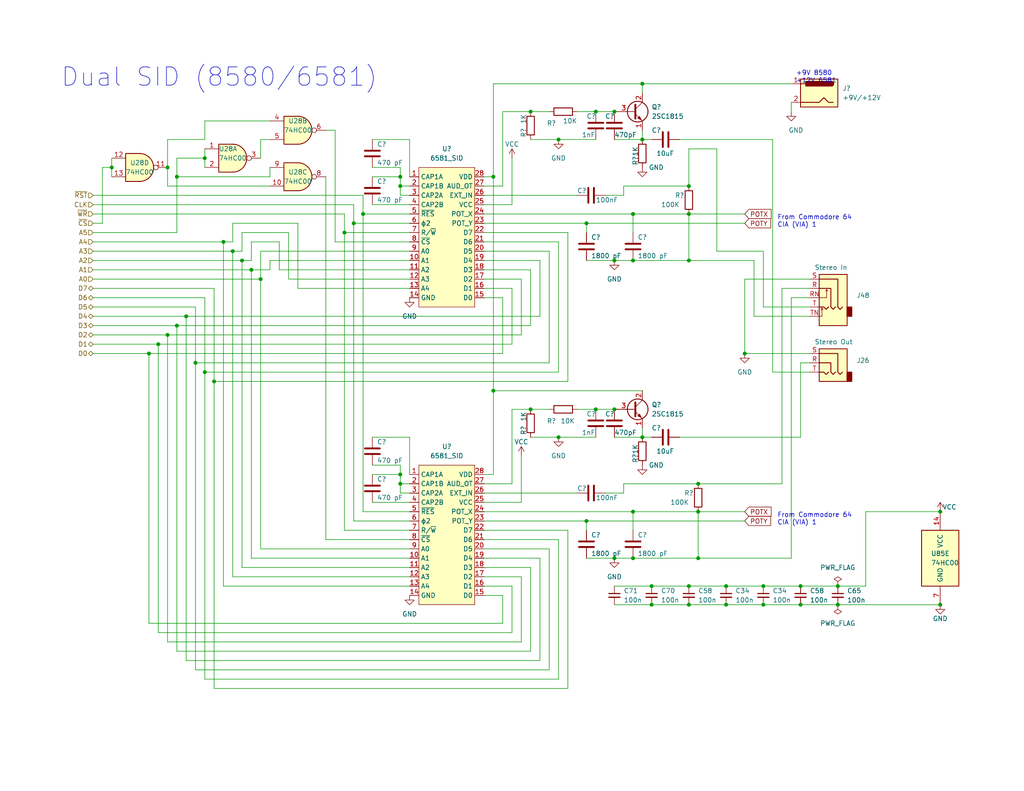
<source format=kicad_sch>
(kicad_sch (version 20230121) (generator eeschema)
  (paper "A")
  (lib_symbols
    (symbol "74xx:74HC00" (pin_names (offset 1.016))
      (property "Reference" "U" (at 0 1.27 0))
      (property "Value" "74HC00" (at 0 -1.27 0))
      (symbol "74HC00_1_1"
        (arc (start 0 -3.81) (mid 3.7934 0) (end 0 3.81) (stroke (width 0.254)) (fill (type background)))
        (polyline (pts (xy 0 3.81) (xy -3.81 3.81) (xy -3.81 -3.81) (xy 0 -3.81)) (stroke (width 0.254)) (fill (type background)))
        (pin input line (at -7.62 2.54 0) (length 3.81) (name "~") (number "1"))
        (pin input line (at -7.62 -2.54 0) (length 3.81) (name "~") (number "2"))
        (pin output inverted (at 7.62 0 180) (length 3.81) (name "~") (number "3"))
      )
      (symbol "74HC00_1_2"
        (arc (start -3.81 -3.81) (mid -2.589 0) (end -3.81 3.81) (stroke (width 0.254)))
        (arc (start -0.6096 -3.81) (mid 2.1842 -2.5851) (end 3.81 0) (stroke (width 0.254)) (fill (type background)))
        (polyline (pts (xy -3.81 -3.81) (xy -0.635 -3.81)) (stroke (width 0.254)) (fill (type background)))
        (polyline (pts (xy -3.81 3.81) (xy -0.635 3.81)) (stroke (width 0.254)) (fill (type background)))
        (polyline (pts (xy -0.635 3.81) (xy -3.81 3.81) (xy -3.81 3.81) (xy -3.556 3.4036) (xy -3.0226 2.2606) (xy -2.6924 1.0414) (xy -2.6162 -0.254) (xy -2.7686 -1.4986) (xy -3.175 -2.7178) (xy -3.81 -3.81) (xy -3.81 -3.81) (xy -0.635 -3.81)) (stroke (width -25.4)) (fill (type background)))
        (arc (start 3.81 0) (mid 2.1915 2.5936) (end -0.6096 3.81) (stroke (width 0.254)) (fill (type background)))
        (pin input inverted (at -7.62 2.54 0) (length 4.318) (name "~") (number "1"))
        (pin input inverted (at -7.62 -2.54 0) (length 4.318) (name "~") (number "2"))
        (pin output line (at 7.62 0 180) (length 3.81) (name "~") (number "3"))
      )
      (symbol "74HC00_2_1"
        (arc (start 0 -3.81) (mid 3.7934 0) (end 0 3.81) (stroke (width 0.254)) (fill (type background)))
        (polyline (pts (xy 0 3.81) (xy -3.81 3.81) (xy -3.81 -3.81) (xy 0 -3.81)) (stroke (width 0.254)) (fill (type background)))
        (pin input line (at -7.62 2.54 0) (length 3.81) (name "~") (number "4"))
        (pin input line (at -7.62 -2.54 0) (length 3.81) (name "~") (number "5"))
        (pin output inverted (at 7.62 0 180) (length 3.81) (name "~") (number "6"))
      )
      (symbol "74HC00_2_2"
        (arc (start -3.81 -3.81) (mid -2.589 0) (end -3.81 3.81) (stroke (width 0.254)))
        (arc (start -0.6096 -3.81) (mid 2.1842 -2.5851) (end 3.81 0) (stroke (width 0.254)) (fill (type background)))
        (polyline (pts (xy -3.81 -3.81) (xy -0.635 -3.81)) (stroke (width 0.254)) (fill (type background)))
        (polyline (pts (xy -3.81 3.81) (xy -0.635 3.81)) (stroke (width 0.254)) (fill (type background)))
        (polyline (pts (xy -0.635 3.81) (xy -3.81 3.81) (xy -3.81 3.81) (xy -3.556 3.4036) (xy -3.0226 2.2606) (xy -2.6924 1.0414) (xy -2.6162 -0.254) (xy -2.7686 -1.4986) (xy -3.175 -2.7178) (xy -3.81 -3.81) (xy -3.81 -3.81) (xy -0.635 -3.81)) (stroke (width -25.4)) (fill (type background)))
        (arc (start 3.81 0) (mid 2.1915 2.5936) (end -0.6096 3.81) (stroke (width 0.254)) (fill (type background)))
        (pin input inverted (at -7.62 2.54 0) (length 4.318) (name "~") (number "4"))
        (pin input inverted (at -7.62 -2.54 0) (length 4.318) (name "~") (number "5"))
        (pin output line (at 7.62 0 180) (length 3.81) (name "~") (number "6"))
      )
      (symbol "74HC00_3_1"
        (arc (start 0 -3.81) (mid 3.7934 0) (end 0 3.81) (stroke (width 0.254)) (fill (type background)))
        (polyline (pts (xy 0 3.81) (xy -3.81 3.81) (xy -3.81 -3.81) (xy 0 -3.81)) (stroke (width 0.254)) (fill (type background)))
        (pin input line (at -7.62 -2.54 0) (length 3.81) (name "~") (number "10"))
        (pin output inverted (at 7.62 0 180) (length 3.81) (name "~") (number "8"))
        (pin input line (at -7.62 2.54 0) (length 3.81) (name "~") (number "9"))
      )
      (symbol "74HC00_3_2"
        (arc (start -3.81 -3.81) (mid -2.589 0) (end -3.81 3.81) (stroke (width 0.254)))
        (arc (start -0.6096 -3.81) (mid 2.1842 -2.5851) (end 3.81 0) (stroke (width 0.254)) (fill (type background)))
        (polyline (pts (xy -3.81 -3.81) (xy -0.635 -3.81)) (stroke (width 0.254)) (fill (type background)))
        (polyline (pts (xy -3.81 3.81) (xy -0.635 3.81)) (stroke (width 0.254)) (fill (type background)))
        (polyline (pts (xy -0.635 3.81) (xy -3.81 3.81) (xy -3.81 3.81) (xy -3.556 3.4036) (xy -3.0226 2.2606) (xy -2.6924 1.0414) (xy -2.6162 -0.254) (xy -2.7686 -1.4986) (xy -3.175 -2.7178) (xy -3.81 -3.81) (xy -3.81 -3.81) (xy -0.635 -3.81)) (stroke (width -25.4)) (fill (type background)))
        (arc (start 3.81 0) (mid 2.1915 2.5936) (end -0.6096 3.81) (stroke (width 0.254)) (fill (type background)))
        (pin input inverted (at -7.62 -2.54 0) (length 4.318) (name "~") (number "10"))
        (pin output line (at 7.62 0 180) (length 3.81) (name "~") (number "8"))
        (pin input inverted (at -7.62 2.54 0) (length 4.318) (name "~") (number "9"))
      )
      (symbol "74HC00_4_1"
        (arc (start 0 -3.81) (mid 3.7934 0) (end 0 3.81) (stroke (width 0.254)) (fill (type background)))
        (polyline (pts (xy 0 3.81) (xy -3.81 3.81) (xy -3.81 -3.81) (xy 0 -3.81)) (stroke (width 0.254)) (fill (type background)))
        (pin output inverted (at 7.62 0 180) (length 3.81) (name "~") (number "11"))
        (pin input line (at -7.62 2.54 0) (length 3.81) (name "~") (number "12"))
        (pin input line (at -7.62 -2.54 0) (length 3.81) (name "~") (number "13"))
      )
      (symbol "74HC00_4_2"
        (arc (start -3.81 -3.81) (mid -2.589 0) (end -3.81 3.81) (stroke (width 0.254)))
        (arc (start -0.6096 -3.81) (mid 2.1842 -2.5851) (end 3.81 0) (stroke (width 0.254)) (fill (type background)))
        (polyline (pts (xy -3.81 -3.81) (xy -0.635 -3.81)) (stroke (width 0.254)) (fill (type background)))
        (polyline (pts (xy -3.81 3.81) (xy -0.635 3.81)) (stroke (width 0.254)) (fill (type background)))
        (polyline (pts (xy -0.635 3.81) (xy -3.81 3.81) (xy -3.81 3.81) (xy -3.556 3.4036) (xy -3.0226 2.2606) (xy -2.6924 1.0414) (xy -2.6162 -0.254) (xy -2.7686 -1.4986) (xy -3.175 -2.7178) (xy -3.81 -3.81) (xy -3.81 -3.81) (xy -0.635 -3.81)) (stroke (width -25.4)) (fill (type background)))
        (arc (start 3.81 0) (mid 2.1915 2.5936) (end -0.6096 3.81) (stroke (width 0.254)) (fill (type background)))
        (pin output line (at 7.62 0 180) (length 3.81) (name "~") (number "11"))
        (pin input inverted (at -7.62 2.54 0) (length 4.318) (name "~") (number "12"))
        (pin input inverted (at -7.62 -2.54 0) (length 4.318) (name "~") (number "13"))
      )
      (symbol "74HC00_5_0"
        (pin power_in line (at 0 12.7 270) (length 5.08) (name "VCC") (number "14"))
        (pin power_in line (at 0 -12.7 90) (length 5.08) (name "GND") (number "7"))
      )
      (symbol "74HC00_5_1"
        (rectangle (start -5.08 7.62) (end 5.08 -7.62) (stroke (width 0.254)) (fill (type background)))
      )
    )
    (symbol "Connector:Jack-DC" (pin_names (offset 1.016))
      (property "Reference" "J" (at 0 5.334 0))
      (property "Value" "Jack-DC" (at 0 -5.08 0))
      (symbol "Jack-DC_0_1"
        (rectangle (start -5.08 3.81) (end 5.08 -3.81) (stroke (width 0.254)) (fill (type background)))
        (arc (start -3.302 3.175) (mid -3.9343 2.54) (end -3.302 1.905) (stroke (width 0.254)))
        (arc (start -3.302 3.175) (mid -3.9343 2.54) (end -3.302 1.905) (stroke (width 0.254)) (fill (type outline)))
        (polyline (pts (xy 5.08 2.54) (xy 3.81 2.54)) (stroke (width 0.254)))
        (polyline (pts (xy -3.81 -2.54) (xy -2.54 -2.54) (xy -1.27 -1.27) (xy 0 -2.54) (xy 2.54 -2.54) (xy 5.08 -2.54)) (stroke (width 0.254)))
        (rectangle (start 3.683 3.175) (end -3.302 1.905) (stroke (width 0.254)) (fill (type outline)))
      )
      (symbol "Jack-DC_1_1"
        (pin passive line (at 7.62 2.54 180) (length 2.54) (name "~") (number "1"))
        (pin passive line (at 7.62 -2.54 180) (length 2.54) (name "~") (number "2"))
      )
    )
    (symbol "Connector_Audio:AudioJack3"
      (property "Reference" "J" (at 0 8.89 0))
      (property "Value" "AudioJack3" (at 0 6.35 0))
      (symbol "AudioJack3_0_1"
        (rectangle (start -5.08 -5.08) (end -6.35 -2.54) (stroke (width 0.254)) (fill (type outline)))
        (polyline (pts (xy 0 -2.54) (xy 0.635 -3.175) (xy 1.27 -2.54) (xy 2.54 -2.54)) (stroke (width 0.254)))
        (polyline (pts (xy -1.905 -2.54) (xy -1.27 -3.175) (xy -0.635 -2.54) (xy -0.635 0) (xy 2.54 0)) (stroke (width 0.254)))
        (polyline (pts (xy 2.54 2.54) (xy -2.54 2.54) (xy -2.54 -2.54) (xy -3.175 -3.175) (xy -3.81 -2.54)) (stroke (width 0.254)))
        (rectangle (start 2.54 3.81) (end -5.08 -5.08) (stroke (width 0.254)) (fill (type background)))
      )
      (symbol "AudioJack3_1_1"
        (pin passive line (at 5.08 0 180) (length 2.54) (name "~") (number "R"))
        (pin passive line (at 5.08 2.54 180) (length 2.54) (name "~") (number "S"))
        (pin passive line (at 5.08 -2.54 180) (length 2.54) (name "~") (number "T"))
      )
    )
    (symbol "Connector_Audio:AudioJack3_SwitchTR"
      (property "Reference" "J" (at 0 8.89 0))
      (property "Value" "AudioJack3_SwitchTR" (at 0 6.35 0))
      (symbol "AudioJack3_SwitchTR_0_1"
        (rectangle (start -5.08 -5.08) (end -6.35 -7.62) (stroke (width 0.254)) (fill (type outline)))
        (polyline (pts (xy 0.508 -0.254) (xy 0.762 -0.762)))
        (polyline (pts (xy 1.778 -5.334) (xy 2.032 -5.842)))
        (polyline (pts (xy 0 -5.08) (xy 0.635 -5.715) (xy 1.27 -5.08) (xy 2.54 -5.08)) (stroke (width 0.254)))
        (polyline (pts (xy 2.54 -7.62) (xy 1.778 -7.62) (xy 1.778 -5.334) (xy 1.524 -5.842)))
        (polyline (pts (xy 2.54 -2.54) (xy 0.508 -2.54) (xy 0.508 -0.254) (xy 0.254 -0.762)))
        (polyline (pts (xy -1.905 -5.08) (xy -1.27 -5.715) (xy -0.635 -5.08) (xy -0.635 0) (xy 2.54 0)) (stroke (width 0.254)))
        (polyline (pts (xy 2.54 2.54) (xy -2.54 2.54) (xy -2.54 -5.08) (xy -3.175 -5.715) (xy -3.81 -5.08)) (stroke (width 0.254)))
        (rectangle (start 2.54 3.81) (end -5.08 -10.16) (stroke (width 0.254)) (fill (type background)))
      )
      (symbol "AudioJack3_SwitchTR_1_1"
        (pin passive line (at 5.08 0 180) (length 2.54) (name "~") (number "R"))
        (pin passive line (at 5.08 -2.54 180) (length 2.54) (name "~") (number "RN"))
        (pin passive line (at 5.08 2.54 180) (length 2.54) (name "~") (number "S"))
        (pin passive line (at 5.08 -5.08 180) (length 2.54) (name "~") (number "T"))
        (pin passive line (at 5.08 -7.62 180) (length 2.54) (name "~") (number "TN"))
      )
    )
    (symbol "Device:C" (pin_numbers hide) (pin_names (offset 0.254))
      (property "Reference" "C" (at 0.635 2.54 0))
      (property "Value" "C" (at 0.635 -2.54 0))
      (symbol "C_0_1"
        (polyline (pts (xy -2.032 -0.762) (xy 2.032 -0.762)) (stroke (width 0.508)))
        (polyline (pts (xy -2.032 0.762) (xy 2.032 0.762)) (stroke (width 0.508)))
      )
      (symbol "C_1_1"
        (pin passive line (at 0 3.81 270) (length 2.794) (name "~") (number "1"))
        (pin passive line (at 0 -3.81 90) (length 2.794) (name "~") (number "2"))
      )
    )
    (symbol "Device:C_Small" (pin_numbers hide) (pin_names (offset 0.254) hide)
      (property "Reference" "C" (at 0.254 1.778 0))
      (property "Value" "C_Small" (at 0.254 -2.032 0))
      (symbol "C_Small_0_1"
        (polyline (pts (xy -1.524 -0.508) (xy 1.524 -0.508)) (stroke (width 0.3302)))
        (polyline (pts (xy -1.524 0.508) (xy 1.524 0.508)) (stroke (width 0.3048)))
      )
      (symbol "C_Small_1_1"
        (pin passive line (at 0 2.54 270) (length 2.032) (name "~") (number "1"))
        (pin passive line (at 0 -2.54 90) (length 2.032) (name "~") (number "2"))
      )
    )
    (symbol "Device:R" (pin_numbers hide) (pin_names (offset 0))
      (property "Reference" "R" (at 2.032 0 90))
      (property "Value" "R" (at 0 0 90))
      (symbol "R_0_1"
        (rectangle (start -1.016 -2.54) (end 1.016 2.54) (stroke (width 0.254)))
      )
      (symbol "R_1_1"
        (pin passive line (at 0 3.81 270) (length 1.27) (name "~") (number "1"))
        (pin passive line (at 0 -3.81 90) (length 1.27) (name "~") (number "2"))
      )
    )
    (symbol "GND_2" (power) (pin_names (offset 0))
      (property "Value" "GND_2" (at 0 -3.81 0))
      (symbol "GND_2_0_1"
        (polyline (pts (xy 0 0) (xy 0 -1.27) (xy 1.27 -1.27) (xy 0 -2.54) (xy -1.27 -1.27) (xy 0 -1.27)))
      )
      (symbol "GND_2_1_1"
        (pin power_in line (at 0 0 270) (length 0) hide (name "GND") (number "1"))
      )
    )
    (symbol "Transistor_BJT:2SC1815" (pin_names (offset 0) hide)
      (property "Reference" "Q" (at 5.08 1.905 0))
      (property "Value" "2SC1815" (at 5.08 0 0))
      (symbol "2SC1815_0_1"
        (polyline (pts (xy 0 0) (xy 0.508 0)))
        (polyline (pts (xy 0.635 0.635) (xy 2.54 2.54)))
        (polyline (pts (xy 0.635 -0.635) (xy 2.54 -2.54) (xy 2.54 -2.54)))
        (polyline (pts (xy 0.635 1.905) (xy 0.635 -1.905) (xy 0.635 -1.905)) (stroke (width 0.508)))
        (polyline (pts (xy 1.27 -1.778) (xy 1.778 -1.27) (xy 2.286 -2.286) (xy 1.27 -1.778) (xy 1.27 -1.778)) (fill (type outline)))
        (circle (center 1.27 0) (radius 2.8194) (stroke (width 0.254)))
      )
      (symbol "2SC1815_1_1"
        (pin passive line (at 2.54 -5.08 90) (length 2.54) (name "E") (number "1"))
        (pin passive line (at 2.54 5.08 270) (length 2.54) (name "C") (number "2"))
        (pin input line (at -5.08 0 0) (length 5.08) (name "B") (number "3"))
      )
    )
    (symbol "Vega816:6581_SID"
      (property "Reference" "U" (at -1.27 2.54 0))
      (property "Value" "6581_SID" (at 0 -2.54 0))
      (symbol "6581_SID_0_1"
        (rectangle (start -7.62 19.05) (end 7.62 -19.05) (fill (type background)))
      )
      (symbol "6581_SID_1_1"
        (pin input line (at -10.16 16.51 0) (length 2.54) (name "CAP1A") (number "1"))
        (pin input line (at -10.16 -6.35 0) (length 2.54) (name "A1") (number "10"))
        (pin input line (at -10.16 -8.89 0) (length 2.54) (name "A2") (number "11"))
        (pin input line (at -10.16 -11.43 0) (length 2.54) (name "A3") (number "12"))
        (pin input line (at -10.16 -13.97 0) (length 2.54) (name "A4") (number "13"))
        (pin input line (at -10.16 -16.51 0) (length 2.54) (name "GND") (number "14"))
        (pin input line (at 10.16 -16.51 180) (length 2.54) (name "D0") (number "15"))
        (pin input line (at 10.16 -13.97 180) (length 2.54) (name "D1") (number "16"))
        (pin input line (at 10.16 -11.43 180) (length 2.54) (name "D2") (number "17"))
        (pin input line (at 10.16 -8.89 180) (length 2.54) (name "D3") (number "18"))
        (pin input line (at 10.16 -6.35 180) (length 2.54) (name "D4") (number "19"))
        (pin input line (at -10.16 13.97 0) (length 2.54) (name "CAP1B") (number "2"))
        (pin input line (at 10.16 -3.81 180) (length 2.54) (name "D5") (number "20"))
        (pin input line (at 10.16 -1.27 180) (length 2.54) (name "D6") (number "21"))
        (pin input line (at 10.16 1.27 180) (length 2.54) (name "D7") (number "22"))
        (pin input line (at 10.16 3.81 180) (length 2.54) (name "POT_Y") (number "23"))
        (pin input line (at 10.16 6.35 180) (length 2.54) (name "POT_X") (number "24"))
        (pin input line (at 10.16 8.89 180) (length 2.54) (name "VCC") (number "25"))
        (pin input line (at 10.16 11.43 180) (length 2.54) (name "EXT_IN") (number "26"))
        (pin input line (at 10.16 13.97 180) (length 2.54) (name "AUD_OT") (number "27"))
        (pin input line (at 10.16 16.51 180) (length 2.54) (name "VDD") (number "28"))
        (pin input line (at -10.16 11.43 0) (length 2.54) (name "CAP2A") (number "3"))
        (pin input line (at -10.16 8.89 0) (length 2.54) (name "CAP2B") (number "4"))
        (pin input line (at -10.16 6.35 0) (length 2.54) (name "~{RES}") (number "5"))
        (pin input line (at -10.16 3.81 0) (length 2.54) (name "ϕ2") (number "6"))
        (pin input line (at -10.16 1.27 0) (length 2.54) (name "R/~{W}") (number "7"))
        (pin input line (at -10.16 -1.27 0) (length 2.54) (name "~{CS}") (number "8"))
        (pin input line (at -10.16 -3.81 0) (length 2.54) (name "A0") (number "9"))
      )
    )
    (symbol "power:PWR_FLAG" (power) (pin_numbers hide) (pin_names (offset 0) hide)
      (property "Value" "PWR_FLAG" (at 0 3.81 0))
      (symbol "PWR_FLAG_0_0"
        (pin power_out line (at 0 0 90) (length 0) (name "pwr") (number "1"))
      )
      (symbol "PWR_FLAG_0_1"
        (polyline (pts (xy 0 0) (xy 0 1.27) (xy -1.016 1.905) (xy 0 2.54) (xy 1.016 1.905) (xy 0 1.27)))
      )
    )
    (symbol "power:VCC" (power) (pin_names (offset 0))
      (property "Value" "VCC" (at 0 3.81 0))
      (symbol "VCC_0_1"
        (polyline (pts (xy -0.762 1.27) (xy 0 2.54)))
        (polyline (pts (xy 0 0) (xy 0 2.54)))
        (polyline (pts (xy 0 2.54) (xy 0.762 1.27)))
      )
      (symbol "VCC_1_1"
        (pin power_in line (at 0 0 90) (length 0) hide (name "VCC") (number "1"))
      )
    )
  )
  (junction (at 228.6 165.1))
  (junction (at 162.56 111.76))
  (junction (at 256.54 165.1))
  (junction (at 99.06 58.42))
  (junction (at 167.64 30.48))
  (junction (at 55.88 101.6))
  (junction (at 71.12 76.2))
  (junction (at 203.2 96.52))
  (junction (at 167.64 71.12))
  (junction (at 96.52 60.96))
  (junction (at 198.12 160.02))
  (junction (at 109.22 50.8))
  (junction (at 55.88 43.18))
  (junction (at 60.96 66.04))
  (junction (at 134.62 106.68))
  (junction (at 208.28 165.1))
  (junction (at 50.8 86.36))
  (junction (at 144.78 30.48))
  (junction (at 152.4 38.1))
  (junction (at 187.96 160.02))
  (junction (at 160.02 60.96))
  (junction (at 93.98 63.5))
  (junction (at 167.64 111.76))
  (junction (at 66.04 71.12))
  (junction (at 187.96 71.12))
  (junction (at 134.62 48.26))
  (junction (at 167.64 152.4))
  (junction (at 228.6 160.02))
  (junction (at 43.18 93.98))
  (junction (at 256.54 139.7))
  (junction (at 218.44 165.1))
  (junction (at 45.72 45.72))
  (junction (at 175.26 38.1))
  (junction (at 160.02 142.24))
  (junction (at 218.44 160.02))
  (junction (at 172.72 58.42))
  (junction (at 187.96 58.42))
  (junction (at 162.56 30.48))
  (junction (at 172.72 139.7))
  (junction (at 63.5 68.58))
  (junction (at 190.5 139.7))
  (junction (at 175.26 22.86))
  (junction (at 190.5 132.08))
  (junction (at 68.58 73.66))
  (junction (at 172.72 71.12))
  (junction (at 190.5 152.4))
  (junction (at 172.72 152.4))
  (junction (at 109.22 48.26))
  (junction (at 187.96 165.1))
  (junction (at 177.8 160.02))
  (junction (at 45.72 91.44))
  (junction (at 177.8 165.1))
  (junction (at 40.64 96.52))
  (junction (at 144.78 111.76))
  (junction (at 109.22 129.54))
  (junction (at 58.42 104.14))
  (junction (at 109.22 132.08))
  (junction (at 48.26 48.26))
  (junction (at 187.96 50.8))
  (junction (at 175.26 119.38))
  (junction (at 152.4 119.38))
  (junction (at 198.12 165.1))
  (junction (at 48.26 88.9))
  (junction (at 53.34 99.06))
  (junction (at 208.28 160.02))
  (junction (at 30.48 45.72))
  (wire (pts (xy 60.96 66.04) (xy 60.96 160.02)))
  (wire (pts (xy 137.16 96.52) (xy 40.64 96.52)))
  (wire (pts (xy 195.58 68.58) (xy 208.28 68.58)))
  (wire (pts (xy 93.98 58.42) (xy 93.98 63.5)))
  (wire (pts (xy 73.66 50.8) (xy 45.72 50.8)))
  (wire (pts (xy 160.02 142.24) (xy 203.2 142.24)))
  (wire (pts (xy 30.48 45.72) (xy 30.48 43.18)))
  (wire (pts (xy 101.6 55.88) (xy 111.76 55.88)))
  (wire (pts (xy 68.58 73.66) (xy 73.66 73.66)))
  (wire (pts (xy 195.58 40.64) (xy 195.58 68.58)))
  (wire (pts (xy 190.5 139.7) (xy 203.2 139.7)))
  (wire (pts (xy 134.62 48.26) (xy 132.08 48.26)))
  (wire (pts (xy 162.56 111.76) (xy 167.64 111.76)))
  (wire (pts (xy 139.7 111.76) (xy 144.78 111.76)))
  (wire (pts (xy 43.18 172.72) (xy 139.7 172.72)))
  (wire (pts (xy 101.6 137.16) (xy 111.76 137.16)))
  (wire (pts (xy 27.94 45.72) (xy 27.94 60.96)))
  (wire (pts (xy 139.7 160.02) (xy 139.7 172.72)))
  (wire (pts (xy 172.72 152.4) (xy 190.5 152.4)))
  (wire (pts (xy 132.08 139.7) (xy 172.72 139.7)))
  (wire (pts (xy 43.18 93.98) (xy 43.18 172.72)))
  (wire (pts (xy 154.94 144.78) (xy 154.94 187.96)))
  (wire (pts (xy 215.9 152.4) (xy 215.9 81.28)))
  (wire (pts (xy 109.22 129.54) (xy 101.6 129.54)))
  (wire (pts (xy 208.28 160.02) (xy 218.44 160.02)))
  (wire (pts (xy 45.72 45.72) (xy 45.72 50.8)))
  (wire (pts (xy 147.32 71.12) (xy 147.32 86.36)))
  (wire (pts (xy 167.64 165.1) (xy 177.8 165.1)))
  (wire (pts (xy 139.7 43.18) (xy 139.7 55.88)))
  (wire (pts (xy 63.5 60.96) (xy 63.5 66.04)))
  (wire (pts (xy 109.22 50.8) (xy 111.76 50.8)))
  (wire (pts (xy 40.64 96.52) (xy 40.64 170.18)))
  (wire (pts (xy 132.08 157.48) (xy 142.24 157.48)))
  (wire (pts (xy 160.02 60.96) (xy 160.02 63.5)))
  (wire (pts (xy 111.76 157.48) (xy 63.5 157.48)))
  (wire (pts (xy 81.28 78.74) (xy 81.28 60.96)))
  (wire (pts (xy 142.24 175.26) (xy 45.72 175.26)))
  (wire (pts (xy 187.96 58.42) (xy 203.2 58.42)))
  (wire (pts (xy 111.76 152.4) (xy 68.58 152.4)))
  (wire (pts (xy 63.5 68.58) (xy 63.5 157.48)))
  (wire (pts (xy 91.44 35.56) (xy 88.9 35.56)))
  (wire (pts (xy 198.12 160.02) (xy 208.28 160.02)))
  (wire (pts (xy 134.62 106.68) (xy 134.62 129.54)))
  (wire (pts (xy 187.96 40.64) (xy 187.96 50.8)))
  (wire (pts (xy 76.2 73.66) (xy 76.2 66.04)))
  (wire (pts (xy 111.76 68.58) (xy 71.12 68.58)))
  (wire (pts (xy 220.98 78.74) (xy 213.36 78.74)))
  (wire (pts (xy 137.16 162.56) (xy 137.16 170.18)))
  (wire (pts (xy 142.24 124.46) (xy 142.24 137.16)))
  (wire (pts (xy 109.22 48.26) (xy 101.6 48.26)))
  (wire (pts (xy 43.18 93.98) (xy 25.4 93.98)))
  (wire (pts (xy 215.9 81.28) (xy 220.98 81.28)))
  (wire (pts (xy 228.6 165.1) (xy 256.54 165.1)))
  (wire (pts (xy 55.88 38.1) (xy 55.88 33.02)))
  (wire (pts (xy 30.48 45.72) (xy 30.48 48.26)))
  (wire (pts (xy 63.5 68.58) (xy 25.4 68.58)))
  (wire (pts (xy 76.2 66.04) (xy 68.58 66.04)))
  (wire (pts (xy 157.48 111.76) (xy 162.56 111.76)))
  (wire (pts (xy 157.48 30.48) (xy 162.56 30.48)))
  (wire (pts (xy 55.88 81.28) (xy 55.88 101.6)))
  (wire (pts (xy 208.28 68.58) (xy 208.28 83.82)))
  (wire (pts (xy 43.18 93.98) (xy 139.7 93.98)))
  (wire (pts (xy 99.06 58.42) (xy 99.06 139.7)))
  (wire (pts (xy 132.08 147.32) (xy 152.4 147.32)))
  (wire (pts (xy 205.74 86.36) (xy 220.98 86.36)))
  (wire (pts (xy 144.78 177.8) (xy 48.26 177.8)))
  (wire (pts (xy 144.78 111.76) (xy 149.86 111.76)))
  (wire (pts (xy 109.22 132.08) (xy 111.76 132.08)))
  (wire (pts (xy 132.08 76.2) (xy 142.24 76.2)))
  (wire (pts (xy 170.18 50.8) (xy 170.18 53.34)))
  (wire (pts (xy 167.64 152.4) (xy 172.72 152.4)))
  (wire (pts (xy 160.02 60.96) (xy 203.2 60.96)))
  (wire (pts (xy 187.96 165.1) (xy 198.12 165.1)))
  (wire (pts (xy 210.82 38.1) (xy 210.82 101.6)))
  (wire (pts (xy 167.64 160.02) (xy 177.8 160.02)))
  (wire (pts (xy 137.16 81.28) (xy 137.16 96.52)))
  (wire (pts (xy 137.16 50.8) (xy 137.16 30.48)))
  (wire (pts (xy 132.08 154.94) (xy 144.78 154.94)))
  (wire (pts (xy 73.66 45.72) (xy 73.66 48.26)))
  (wire (pts (xy 175.26 116.84) (xy 175.26 119.38)))
  (wire (pts (xy 66.04 71.12) (xy 66.04 154.94)))
  (wire (pts (xy 45.72 91.44) (xy 45.72 175.26)))
  (wire (pts (xy 53.34 83.82) (xy 53.34 99.06)))
  (wire (pts (xy 71.12 43.18) (xy 71.12 38.1)))
  (wire (pts (xy 111.76 53.34) (xy 109.22 53.34)))
  (wire (pts (xy 48.26 48.26) (xy 48.26 43.18)))
  (wire (pts (xy 96.52 60.96) (xy 96.52 142.24)))
  (wire (pts (xy 172.72 58.42) (xy 172.72 63.5)))
  (wire (pts (xy 111.76 48.26) (xy 111.76 38.1)))
  (wire (pts (xy 66.04 71.12) (xy 68.58 71.12)))
  (wire (pts (xy 152.4 66.04) (xy 152.4 101.6)))
  (wire (pts (xy 152.4 38.1) (xy 144.78 38.1)))
  (wire (pts (xy 149.86 99.06) (xy 53.34 99.06)))
  (wire (pts (xy 205.74 71.12) (xy 205.74 86.36)))
  (wire (pts (xy 132.08 66.04) (xy 152.4 66.04)))
  (wire (pts (xy 215.9 27.94) (xy 215.9 30.48)))
  (wire (pts (xy 109.22 48.26) (xy 109.22 50.8)))
  (wire (pts (xy 185.42 119.38) (xy 218.44 119.38)))
  (wire (pts (xy 132.08 58.42) (xy 172.72 58.42)))
  (wire (pts (xy 25.4 66.04) (xy 60.96 66.04)))
  (wire (pts (xy 147.32 180.34) (xy 50.8 180.34)))
  (wire (pts (xy 187.96 58.42) (xy 187.96 71.12)))
  (wire (pts (xy 132.08 142.24) (xy 160.02 142.24)))
  (wire (pts (xy 132.08 53.34) (xy 157.48 53.34)))
  (wire (pts (xy 208.28 83.82) (xy 220.98 83.82)))
  (wire (pts (xy 63.5 68.58) (xy 66.04 68.58)))
  (wire (pts (xy 139.7 78.74) (xy 139.7 93.98)))
  (wire (pts (xy 132.08 71.12) (xy 147.32 71.12)))
  (wire (pts (xy 187.96 71.12) (xy 205.74 71.12)))
  (wire (pts (xy 48.26 43.18) (xy 55.88 43.18)))
  (wire (pts (xy 25.4 78.74) (xy 58.42 78.74)))
  (wire (pts (xy 101.6 127) (xy 109.22 127)))
  (wire (pts (xy 213.36 78.74) (xy 213.36 132.08)))
  (wire (pts (xy 96.52 55.88) (xy 96.52 60.96)))
  (wire (pts (xy 149.86 68.58) (xy 149.86 99.06)))
  (wire (pts (xy 101.6 119.38) (xy 111.76 119.38)))
  (wire (pts (xy 71.12 76.2) (xy 71.12 149.86)))
  (wire (pts (xy 55.88 101.6) (xy 55.88 185.42)))
  (wire (pts (xy 132.08 63.5) (xy 154.94 63.5)))
  (wire (pts (xy 53.34 99.06) (xy 53.34 182.88)))
  (wire (pts (xy 177.8 165.1) (xy 187.96 165.1)))
  (wire (pts (xy 170.18 132.08) (xy 170.18 134.62)))
  (wire (pts (xy 111.76 73.66) (xy 76.2 73.66)))
  (wire (pts (xy 91.44 35.56) (xy 91.44 66.04)))
  (wire (pts (xy 111.76 71.12) (xy 73.66 71.12)))
  (wire (pts (xy 175.26 119.38) (xy 177.8 119.38)))
  (wire (pts (xy 152.4 119.38) (xy 162.56 119.38)))
  (wire (pts (xy 172.72 58.42) (xy 187.96 58.42)))
  (wire (pts (xy 109.22 134.62) (xy 109.22 132.08)))
  (wire (pts (xy 111.76 154.94) (xy 66.04 154.94)))
  (wire (pts (xy 132.08 149.86) (xy 149.86 149.86)))
  (wire (pts (xy 55.88 43.18) (xy 55.88 45.72)))
  (wire (pts (xy 175.26 22.86) (xy 215.9 22.86)))
  (wire (pts (xy 111.76 129.54) (xy 111.76 119.38)))
  (wire (pts (xy 66.04 63.5) (xy 66.04 68.58)))
  (wire (pts (xy 152.4 147.32) (xy 152.4 185.42)))
  (wire (pts (xy 101.6 45.72) (xy 109.22 45.72)))
  (wire (pts (xy 142.24 157.48) (xy 142.24 175.26)))
  (wire (pts (xy 132.08 55.88) (xy 139.7 55.88)))
  (wire (pts (xy 172.72 71.12) (xy 187.96 71.12)))
  (wire (pts (xy 25.4 63.5) (xy 48.26 63.5)))
  (wire (pts (xy 175.26 22.86) (xy 175.26 25.4)))
  (wire (pts (xy 236.22 160.02) (xy 228.6 160.02)))
  (wire (pts (xy 60.96 66.04) (xy 63.5 66.04)))
  (wire (pts (xy 25.4 53.34) (xy 99.06 53.34)))
  (wire (pts (xy 58.42 104.14) (xy 58.42 187.96)))
  (wire (pts (xy 147.32 152.4) (xy 147.32 180.34)))
  (wire (pts (xy 48.26 88.9) (xy 25.4 88.9)))
  (wire (pts (xy 134.62 48.26) (xy 134.62 106.68)))
  (wire (pts (xy 220.98 76.2) (xy 203.2 76.2)))
  (wire (pts (xy 88.9 147.32) (xy 111.76 147.32)))
  (wire (pts (xy 187.96 40.64) (xy 195.58 40.64)))
  (wire (pts (xy 167.64 71.12) (xy 172.72 71.12)))
  (wire (pts (xy 71.12 68.58) (xy 71.12 76.2)))
  (wire (pts (xy 25.4 73.66) (xy 68.58 73.66)))
  (wire (pts (xy 154.94 63.5) (xy 154.94 104.14)))
  (wire (pts (xy 149.86 149.86) (xy 149.86 182.88)))
  (wire (pts (xy 190.5 139.7) (xy 190.5 152.4)))
  (wire (pts (xy 203.2 96.52) (xy 220.98 96.52)))
  (wire (pts (xy 175.26 35.56) (xy 175.26 38.1)))
  (wire (pts (xy 167.64 38.1) (xy 175.26 38.1)))
  (wire (pts (xy 45.72 45.72) (xy 45.72 38.1)))
  (wire (pts (xy 99.06 58.42) (xy 111.76 58.42)))
  (wire (pts (xy 236.22 139.7) (xy 256.54 139.7)))
  (wire (pts (xy 152.4 185.42) (xy 55.88 185.42)))
  (wire (pts (xy 96.52 60.96) (xy 111.76 60.96)))
  (wire (pts (xy 25.4 60.96) (xy 27.94 60.96)))
  (wire (pts (xy 109.22 53.34) (xy 109.22 50.8)))
  (wire (pts (xy 170.18 53.34) (xy 165.1 53.34)))
  (wire (pts (xy 88.9 48.26) (xy 88.9 147.32)))
  (wire (pts (xy 71.12 38.1) (xy 73.66 38.1)))
  (wire (pts (xy 142.24 76.2) (xy 142.24 91.44)))
  (wire (pts (xy 93.98 63.5) (xy 111.76 63.5)))
  (wire (pts (xy 208.28 165.1) (xy 218.44 165.1)))
  (wire (pts (xy 53.34 83.82) (xy 25.4 83.82)))
  (wire (pts (xy 137.16 81.28) (xy 132.08 81.28)))
  (wire (pts (xy 187.96 160.02) (xy 198.12 160.02)))
  (wire (pts (xy 78.74 76.2) (xy 78.74 63.5)))
  (wire (pts (xy 66.04 71.12) (xy 25.4 71.12)))
  (wire (pts (xy 109.22 132.08) (xy 109.22 129.54)))
  (wire (pts (xy 154.94 187.96) (xy 58.42 187.96)))
  (wire (pts (xy 170.18 134.62) (xy 165.1 134.62)))
  (wire (pts (xy 162.56 30.48) (xy 167.64 30.48)))
  (wire (pts (xy 48.26 48.26) (xy 48.26 63.5)))
  (wire (pts (xy 68.58 152.4) (xy 68.58 73.66)))
  (wire (pts (xy 48.26 88.9) (xy 48.26 177.8)))
  (wire (pts (xy 25.4 58.42) (xy 93.98 58.42)))
  (wire (pts (xy 58.42 104.14) (xy 154.94 104.14)))
  (wire (pts (xy 45.72 91.44) (xy 25.4 91.44)))
  (wire (pts (xy 144.78 30.48) (xy 149.86 30.48)))
  (wire (pts (xy 132.08 137.16) (xy 142.24 137.16)))
  (wire (pts (xy 152.4 38.1) (xy 162.56 38.1)))
  (wire (pts (xy 132.08 132.08) (xy 139.7 132.08)))
  (wire (pts (xy 48.26 48.26) (xy 73.66 48.26)))
  (wire (pts (xy 170.18 50.8) (xy 187.96 50.8)))
  (wire (pts (xy 71.12 149.86) (xy 111.76 149.86)))
  (wire (pts (xy 58.42 78.74) (xy 58.42 104.14)))
  (wire (pts (xy 132.08 78.74) (xy 139.7 78.74)))
  (wire (pts (xy 101.6 38.1) (xy 111.76 38.1)))
  (wire (pts (xy 132.08 152.4) (xy 147.32 152.4)))
  (wire (pts (xy 55.88 81.28) (xy 25.4 81.28)))
  (wire (pts (xy 132.08 60.96) (xy 160.02 60.96)))
  (wire (pts (xy 160.02 142.24) (xy 160.02 144.78)))
  (wire (pts (xy 96.52 142.24) (xy 111.76 142.24)))
  (wire (pts (xy 167.64 119.38) (xy 175.26 119.38)))
  (wire (pts (xy 144.78 88.9) (xy 48.26 88.9)))
  (wire (pts (xy 172.72 139.7) (xy 172.72 144.78)))
  (wire (pts (xy 134.62 22.86) (xy 134.62 48.26)))
  (wire (pts (xy 111.76 134.62) (xy 109.22 134.62)))
  (wire (pts (xy 132.08 144.78) (xy 154.94 144.78)))
  (wire (pts (xy 132.08 73.66) (xy 144.78 73.66)))
  (wire (pts (xy 68.58 66.04) (xy 68.58 71.12)))
  (wire (pts (xy 132.08 50.8) (xy 137.16 50.8)))
  (wire (pts (xy 93.98 63.5) (xy 93.98 144.78)))
  (wire (pts (xy 177.8 160.02) (xy 187.96 160.02)))
  (wire (pts (xy 55.88 40.64) (xy 55.88 43.18)))
  (wire (pts (xy 78.74 63.5) (xy 66.04 63.5)))
  (wire (pts (xy 50.8 86.36) (xy 50.8 180.34)))
  (wire (pts (xy 134.62 22.86) (xy 175.26 22.86)))
  (wire (pts (xy 218.44 160.02) (xy 228.6 160.02)))
  (wire (pts (xy 111.76 78.74) (xy 81.28 78.74)))
  (wire (pts (xy 160.02 71.12) (xy 167.64 71.12)))
  (wire (pts (xy 152.4 119.38) (xy 144.78 119.38)))
  (wire (pts (xy 81.28 60.96) (xy 63.5 60.96)))
  (wire (pts (xy 218.44 99.06) (xy 220.98 99.06)))
  (wire (pts (xy 111.76 160.02) (xy 60.96 160.02)))
  (wire (pts (xy 203.2 76.2) (xy 203.2 96.52)))
  (wire (pts (xy 170.18 132.08) (xy 190.5 132.08)))
  (wire (pts (xy 78.74 76.2) (xy 111.76 76.2)))
  (wire (pts (xy 218.44 99.06) (xy 218.44 119.38)))
  (wire (pts (xy 185.42 38.1) (xy 210.82 38.1)))
  (wire (pts (xy 132.08 134.62) (xy 157.48 134.62)))
  (wire (pts (xy 149.86 182.88) (xy 53.34 182.88)))
  (wire (pts (xy 109.22 45.72) (xy 109.22 48.26)))
  (wire (pts (xy 55.88 33.02) (xy 73.66 33.02)))
  (wire (pts (xy 134.62 106.68) (xy 175.26 106.68)))
  (wire (pts (xy 134.62 129.54) (xy 132.08 129.54)))
  (wire (pts (xy 142.24 91.44) (xy 45.72 91.44)))
  (wire (pts (xy 93.98 144.78) (xy 111.76 144.78)))
  (wire (pts (xy 144.78 73.66) (xy 144.78 88.9)))
  (wire (pts (xy 99.06 53.34) (xy 99.06 58.42)))
  (wire (pts (xy 175.26 38.1) (xy 177.8 38.1)))
  (wire (pts (xy 190.5 152.4) (xy 215.9 152.4)))
  (wire (pts (xy 40.64 96.52) (xy 25.4 96.52)))
  (wire (pts (xy 137.16 162.56) (xy 132.08 162.56)))
  (wire (pts (xy 25.4 55.88) (xy 96.52 55.88)))
  (wire (pts (xy 172.72 139.7) (xy 190.5 139.7)))
  (wire (pts (xy 109.22 127) (xy 109.22 129.54)))
  (wire (pts (xy 218.44 165.1) (xy 228.6 165.1)))
  (wire (pts (xy 137.16 170.18) (xy 40.64 170.18)))
  (wire (pts (xy 25.4 76.2) (xy 71.12 76.2)))
  (wire (pts (xy 99.06 139.7) (xy 111.76 139.7)))
  (wire (pts (xy 160.02 152.4) (xy 167.64 152.4)))
  (wire (pts (xy 111.76 66.04) (xy 91.44 66.04)))
  (wire (pts (xy 210.82 101.6) (xy 220.98 101.6)))
  (wire (pts (xy 45.72 38.1) (xy 55.88 38.1)))
  (wire (pts (xy 236.22 139.7) (xy 236.22 160.02)))
  (wire (pts (xy 147.32 86.36) (xy 50.8 86.36)))
  (wire (pts (xy 132.08 160.02) (xy 139.7 160.02)))
  (wire (pts (xy 213.36 132.08) (xy 190.5 132.08)))
  (wire (pts (xy 132.08 68.58) (xy 149.86 68.58)))
  (wire (pts (xy 139.7 132.08) (xy 139.7 111.76)))
  (wire (pts (xy 137.16 30.48) (xy 144.78 30.48)))
  (wire (pts (xy 73.66 71.12) (xy 73.66 73.66)))
  (wire (pts (xy 50.8 86.36) (xy 25.4 86.36)))
  (wire (pts (xy 27.94 45.72) (xy 30.48 45.72)))
  (wire (pts (xy 198.12 165.1) (xy 208.28 165.1)))
  (wire (pts (xy 152.4 101.6) (xy 55.88 101.6)))
  (wire (pts (xy 144.78 154.94) (xy 144.78 177.8)))
  (text "From Commodore 64\nCIA (VIA) 1" (at 212.09 62.23 0) (effects (font (size 1.27 1.27)) (justify left bottom)))
  (text "+9V 8580\n+12V 6581\n" (at 217.17 22.86 0) (effects (font (size 1.27 1.27)) (justify left bottom)))
  (text "Dual SID (8580/6581)" (at 16.51 24.13 0) (effects (font (size 5 5)) (justify left bottom)))
  (text "From Commodore 64\nCIA (VIA) 1" (at 212.09 143.51 0) (effects (font (size 1.27 1.27)) (justify left bottom)))
  (global_label "POTY" (shape input) (at 203.2 142.24 0) (property "Intersheetrefs" "${INTERSHEET_REFS}" (effects hide)))
  (global_label "POTX" (shape input) (at 203.2 139.7 0) (property "Intersheetrefs" "${INTERSHEET_REFS}" (effects hide)))
  (global_label "POTX" (shape input) (at 203.2 58.42 0) (property "Intersheetrefs" "${INTERSHEET_REFS}" (effects hide)))
  (global_label "POTY" (shape input) (at 203.2 60.96 0) (property "Intersheetrefs" "${INTERSHEET_REFS}" (effects hide)))
  (hierarchical_label "D1" (shape tri_state) (at 25.4 93.98 180))
  (hierarchical_label "A0" (shape input) (at 25.4 76.2 180))
  (hierarchical_label "A4" (shape input) (at 25.4 66.04 180))
  (hierarchical_label "D4" (shape tri_state) (at 25.4 86.36 180))
  (hierarchical_label "~{RST}" (shape input) (at 25.4 53.34 180))
  (hierarchical_label "~{CS}" (shape input) (at 25.4 60.96 180))
  (hierarchical_label "D0" (shape tri_state) (at 25.4 96.52 180))
  (hierarchical_label "A1" (shape input) (at 25.4 73.66 180))
  (hierarchical_label "A5" (shape input) (at 25.4 63.5 180))
  (hierarchical_label "D6" (shape tri_state) (at 25.4 81.28 180))
  (hierarchical_label "~{WR}" (shape input) (at 25.4 58.42 180))
  (hierarchical_label "CLK" (shape input) (at 25.4 55.88 180))
  (hierarchical_label "A2" (shape input) (at 25.4 71.12 180))
  (hierarchical_label "D5" (shape tri_state) (at 25.4 83.82 180))
  (hierarchical_label "D2" (shape tri_state) (at 25.4 91.44 180))
  (hierarchical_label "D7" (shape tri_state) (at 25.4 78.74 180))
  (hierarchical_label "D3" (shape tri_state) (at 25.4 88.9 180))
  (hierarchical_label "A3" (shape input) (at 25.4 68.58 180))
  (symbol (lib_name "GND_2") (lib_id "power:GND") (at 175.26 45.72 0) (unit 1)
    (property "Reference" "#PWR?" (effects hide))
    (property "Value" "GND" (at 179.07 45.72 0))
  )
  (symbol (lib_id "power:PWR_FLAG") (at 228.6 160.02 0) (unit 1)
    (property "Reference" "#FLG01" (effects hide))
    (property "Value" "PWR_FLAG" (at 228.6 154.94 0))
    (instances (project "Vega816" (path "" (reference "#FLG01") (unit 1)) (path "" (reference "#FLG01") (unit 1)) (path "" (reference "#FLG03") (unit 1)) (path "" (reference "#FLG021") (unit 1)) (path "" (reference "#FLG01") (unit 1)) (path "" (reference "#FLG031") (unit 1)) (path "" (reference "#FLG01") (unit 1)) (path "" (reference "#FLG09") (unit 1)) (path "" (reference "#FLG07") (unit 1)) (path "" (reference "#FLG011") (unit 1))) (project "IOBus" (path "" (reference "#FLG05") (unit 1)) (path "" (reference "#FLG07") (unit 1)) (path "" (reference "#FLG09") (unit 1))) (project "System Devices" (path "" (reference "#FLG03") (unit 1)) (path "" (reference "#FLG05") (unit 1)) (path "" (reference "#FLG07") (unit 1)) (path "" (reference "#FLG09") (unit 1)) (path "" (reference "#FLG01") (unit 1))))
  )
  (symbol (lib_id "Device:C_Small") (at 208.28 162.56 0) (unit 1)
    (property "Reference" "C34" (at 210.82 161.2962 0) (effects (justify left)))
    (property "Value" "100n" (at 210.82 163.8362 0) (effects (justify left)))
    (instances (project "Vega816" (path "" (reference "C34") (unit 1)) (path "" (reference "C34") (unit 1)) (path "" (reference "C34") (unit 1)) (path "" (reference "C58") (unit 1)) (path "" (reference "C67") (unit 1)) (path "" (reference "C123") (unit 1)) (path "" (reference "C59") (unit 1)) (path "" (reference "C61") (unit 1)) (path "" (reference "C60") (unit 1)) (path "" (reference "C40") (unit 1)) (path "" (reference "C34") (unit 1)) (path "" (reference "C34") (unit 1))) (project "IOBus" (path "" (reference "C3") (unit 1)) (path "" (reference "C4") (unit 1)) (path "" (reference "C5") (unit 1))) (project "System Devices" (path "" (reference "C1") (unit 1)) (path "" (reference "C2") (unit 1)) (path "" (reference "C3") (unit 1)) (path "" (reference "C4") (unit 1)) (path "" (reference "C5") (unit 1))))
  )
  (symbol (lib_name "GND_2") (lib_id "power:GND") (at 152.4 119.38 0) (unit 1)
    (property "Reference" "#PWR?" (effects hide))
    (property "Value" "GND" (at 152.4 124.46 0))
  )
  (symbol (lib_name "GND_2") (lib_id "power:GND") (at 111.76 81.28 0) (unit 1)
    (property "Reference" "#PWR?" (effects hide))
    (property "Value" "GND" (at 111.76 86.36 0))
  )
  (symbol (lib_id "Device:C") (at 160.02 67.31 0) (unit 1)
    (property "Reference" "C?" (at 161.29 64.7699 0) (effects (justify left)))
    (property "Value" "1800 pF" (at 161.29 69.8499 0) (effects (justify left)))
  )
  (symbol (lib_id "Device:R") (at 153.67 111.76 90) (unit 1)
    (property "Reference" "R?" (at 151.765 114.9349 90) (effects (justify left)))
    (property "Value" "10K" (at 156.845 114.9349 90) (effects (justify left)))
  )
  (symbol (lib_id "Device:C") (at 161.29 53.34 270) (unit 1)
    (property "Reference" "C?" (at 157.4801 52.07 90) (effects (justify left)))
    (property "Value" "100nF" (at 162.5601 54.61 90) (effects (justify left)))
  )
  (symbol (lib_id "Device:C_Small") (at 167.64 162.56 0) (unit 1)
    (property "Reference" "C71" (at 170.18 161.2962 0) (effects (justify left)))
    (property "Value" "100n" (at 170.18 163.8362 0) (effects (justify left)))
    (instances (project "Vega816" (path "" (reference "C71") (unit 1)) (path "" (reference "C58") (unit 1)) (path "" (reference "C34") (unit 1)) (path "" (reference "C40") (unit 1)) (path "" (reference "C60") (unit 1)) (path "" (reference "C59") (unit 1)) (path "" (reference "C34") (unit 1)) (path "" (reference "C119") (unit 1)) (path "" (reference "C34") (unit 1)) (path "" (reference "C34") (unit 1)) (path "" (reference "C71") (unit 1)) (path "" (reference "C61") (unit 1))) (project "IOBus" (path "" (reference "C3") (unit 1)) (path "" (reference "C4") (unit 1)) (path "" (reference "C5") (unit 1))) (project "System Devices" (path "" (reference "C1") (unit 1)) (path "" (reference "C2") (unit 1)) (path "" (reference "C3") (unit 1)) (path "" (reference "C4") (unit 1)) (path "" (reference "C5") (unit 1))))
  )
  (symbol (lib_name "GND_2") (lib_id "power:GND") (at 152.4 38.1 0) (unit 1)
    (property "Reference" "#PWR?" (effects hide))
    (property "Value" "GND" (at 152.4 43.18 0))
  )
  (symbol (lib_name "GND_2") (lib_id "power:GND") (at 203.2 96.52 0) (unit 1)
    (property "Reference" "#PWR?" (effects hide))
    (property "Value" "GND" (at 203.2 101.6 0))
  )
  (symbol (lib_id "Device:R") (at 144.78 115.57 180) (unit 1)
    (property "Reference" "R?" (at 142.8749 116.205 90) (effects (justify left)))
    (property "Value" "1K" (at 142.8749 112.395 90) (effects (justify left)))
  )
  (symbol (lib_id "Device:C") (at 167.64 115.57 0) (unit 1)
    (property "Reference" "C?" (at 165.1 113.0299 0) (effects (justify left)))
    (property "Value" "470pF" (at 167.64 118.1099 0) (effects (justify left)))
  )
  (symbol (lib_id "Device:C_Small") (at 218.44 162.56 0) (unit 1)
    (property "Reference" "C58" (at 220.98 161.2962 0) (effects (justify left)))
    (property "Value" "100n" (at 220.98 163.8362 0) (effects (justify left)))
    (instances (project "Vega816" (path "" (reference "C58") (unit 1)) (path "" (reference "C34") (unit 1)) (path "" (reference "C34") (unit 1)) (path "" (reference "C40") (unit 1)) (path "" (reference "C60") (unit 1)) (path "" (reference "C34") (unit 1)) (path "" (reference "C61") (unit 1)) (path "" (reference "C124") (unit 1)) (path "" (reference "C66") (unit 1)) (path "" (reference "C34") (unit 1)) (path "" (reference "C58") (unit 1)) (path "" (reference "C59") (unit 1))) (project "IOBus" (path "" (reference "C3") (unit 1)) (path "" (reference "C4") (unit 1)) (path "" (reference "C5") (unit 1))) (project "System Devices" (path "" (reference "C1") (unit 1)) (path "" (reference "C2") (unit 1)) (path "" (reference "C3") (unit 1)) (path "" (reference "C4") (unit 1)) (path "" (reference "C5") (unit 1))))
  )
  (symbol (lib_id "Connector_Audio:AudioJack3") (at 226.06 99.06 0) (mirror y) (unit 1)
    (property "Reference" "J26" (at 233.68 98.425 0) (effects (justify right)))
    (property "Value" "Stereo Out" (at 222.25 93.345 0) (effects (justify right)))
    (instances (project "Vega816" (path "" (reference "J26") (unit 1)) (path "" (reference "J22") (unit 1))))
  )
  (symbol (lib_id "Transistor_BJT:2SC1815") (at 172.72 111.76 0) (unit 1)
    (property "Reference" "Q?" (at 177.8 110.4899 0) (effects (justify left)))
    (property "Value" "2SC1815" (at 177.8 113.0299 0) (effects (justify left)))
    (property "Footprint" "Package_TO_SOT_THT:TO-92_Inline" (effects hide))
    (property "Datasheet" "https://media.digikey.com/pdf/Data%20Sheets/Toshiba%20PDFs/2SC1815.pdf" (effects hide))
  )
  (symbol (lib_id "Device:C") (at 101.6 41.91 0) (unit 1)
    (property "Reference" "C?" (at 102.87 39.3699 0) (effects (justify left)))
    (property "Value" "470 pF" (at 102.87 44.4499 0) (effects (justify left)))
  )
  (symbol (lib_id "power:VCC") (at 142.24 124.46 0) (unit 1)
    (property "Reference" "#PWR?" (effects hide))
    (property "Value" "VCC" (at 142.24 120.65 0))
  )
  (symbol (lib_id "Device:R") (at 190.5 135.89 0) (unit 1)
    (property "Reference" "R?" (at 186.69 134.6199 0) (effects (justify left)))
    (property "Value" "100K" (at 182.88 137.1599 0) (effects (justify left)))
  )
  (symbol (lib_id "Connector_Audio:AudioJack3_SwitchTR") (at 226.06 78.74 0) (mirror y) (unit 1)
    (property "Reference" "J48" (at 233.68 80.645 0) (effects (justify right)))
    (property "Value" "Stereo In" (at 222.25 73.025 0) (effects (justify right)))
    (instances (project "Vega816" (path "" (reference "J48") (unit 1)) (path "" (reference "J35") (unit 1))))
  )
  (symbol (lib_id "Device:C_Small") (at 228.6 162.56 0) (unit 1)
    (property "Reference" "C65" (at 231.14 161.2962 0) (effects (justify left)))
    (property "Value" "100n" (at 231.14 163.8362 0) (effects (justify left)))
    (instances (project "Vega816" (path "" (reference "C65") (unit 1)) (path "" (reference "C34") (unit 1)) (path "" (reference "C60") (unit 1)) (path "" (reference "C61") (unit 1)) (path "" (reference "C34") (unit 1)) (path "" (reference "C59") (unit 1)) (path "" (reference "C58") (unit 1)) (path "" (reference "C125") (unit 1)) (path "" (reference "C34") (unit 1)) (path "" (reference "C34") (unit 1)) (path "" (reference "C65") (unit 1)) (path "" (reference "C40") (unit 1))) (project "IOBus" (path "" (reference "C3") (unit 1)) (path "" (reference "C4") (unit 1)) (path "" (reference "C5") (unit 1))) (project "System Devices" (path "" (reference "C1") (unit 1)) (path "" (reference "C2") (unit 1)) (path "" (reference "C3") (unit 1)) (path "" (reference "C4") (unit 1)) (path "" (reference "C5") (unit 1))))
  )
  (symbol (lib_id "74xx:74HC00") (at 38.1 45.72 0) (unit 4)
    (property "Reference" "U28" (at 38.0917 44.45 0))
    (property "Value" "74HC00" (at 38.0917 46.99 0))
    (property "Datasheet" "http://www.ti.com/lit/gpn/sn74hc00" (effects hide))
  )
  (symbol (lib_id "Device:C") (at 160.02 148.59 0) (unit 1)
    (property "Reference" "C?" (at 161.29 146.0499 0) (effects (justify left)))
    (property "Value" "1800 pF" (at 161.29 151.1299 0) (effects (justify left)))
  )
  (symbol (lib_id "Vega816:6581_SID") (at 121.92 64.77 0) (unit 1)
    (property "Reference" "U?" (at 121.92 40.64 0))
    (property "Value" "6581_SID" (at 121.92 43.18 0))
    (property "Footprint" "Package_DIP:DIP-28_W15.24mm_Socket" (effects hide))
    (property "Datasheet" "https://ccrma.stanford.edu/~chet/projects/tech_content/6581.pdf" (effects hide))
  )
  (symbol (lib_id "Device:R") (at 153.67 30.48 90) (unit 1)
    (property "Reference" "R?" (at 151.765 33.6549 90) (effects (justify left)))
    (property "Value" "10K" (at 157.48 33.02 90) (effects (justify left)))
  )
  (symbol (lib_id "Device:C") (at 181.61 38.1 270) (unit 1)
    (property "Reference" "C?" (at 177.8001 35.56 90) (effects (justify left)))
    (property "Value" "10uF" (at 179.0701 41.91 90) (effects (justify left)))
  )
  (symbol (lib_id "Device:R") (at 144.78 34.29 180) (unit 1)
    (property "Reference" "R?" (at 142.8749 34.925 90) (effects (justify left)))
    (property "Value" "1K" (at 142.8749 31.115 90) (effects (justify left)))
  )
  (symbol (lib_id "74xx:74HC00") (at 256.54 152.4 0) (unit 5)
    (property "Reference" "U85" (at 254 151.13 0) (effects (justify left)))
    (property "Value" "74HC00" (at 254 153.67 0) (effects (justify left)))
    (property "Datasheet" "http://www.ti.com/lit/gpn/sn74hc00" (effects hide))
  )
  (symbol (lib_id "Device:C_Small") (at 177.8 162.56 0) (unit 1)
    (property "Reference" "C70" (at 180.34 161.2962 0) (effects (justify left)))
    (property "Value" "100n" (at 180.34 163.8362 0) (effects (justify left)))
    (instances (project "Vega816" (path "" (reference "C70") (unit 1)) (path "" (reference "C58") (unit 1)) (path "" (reference "C34") (unit 1)) (path "" (reference "C40") (unit 1)) (path "" (reference "C60") (unit 1)) (path "" (reference "C59") (unit 1)) (path "" (reference "C34") (unit 1)) (path "" (reference "C120") (unit 1)) (path "" (reference "C34") (unit 1)) (path "" (reference "C34") (unit 1)) (path "" (reference "C70") (unit 1)) (path "" (reference "C61") (unit 1))) (project "IOBus" (path "" (reference "C3") (unit 1)) (path "" (reference "C4") (unit 1)) (path "" (reference "C5") (unit 1))) (project "System Devices" (path "" (reference "C1") (unit 1)) (path "" (reference "C2") (unit 1)) (path "" (reference "C3") (unit 1)) (path "" (reference "C4") (unit 1)) (path "" (reference "C5") (unit 1))))
  )
  (symbol (lib_name "GND_2") (lib_id "power:GND") (at 167.64 71.12 0) (unit 1)
    (property "Reference" "#PWR?" (effects hide))
    (property "Value" "GND" (at 167.64 76.2 0))
  )
  (symbol (lib_id "Connector:Jack-DC") (at 223.52 25.4 0) (mirror y) (unit 1)
    (property "Reference" "J?" (at 229.87 24.1299 0) (effects (justify right)))
    (property "Value" "+9V/+12V" (at 229.87 26.6699 0) (effects (justify right)))
  )
  (symbol (lib_id "Device:C") (at 101.6 52.07 0) (unit 1)
    (property "Reference" "C?" (at 102.87 49.5299 0) (effects (justify left)))
    (property "Value" "470 pF" (at 102.87 54.6099 0) (effects (justify left)))
  )
  (symbol (lib_id "power:VCC") (at 139.7 43.18 0) (unit 1)
    (property "Reference" "#PWR?" (effects hide))
    (property "Value" "VCC" (at 139.7 39.37 0))
  )
  (symbol (lib_id "Device:C") (at 101.6 123.19 0) (unit 1)
    (property "Reference" "C?" (at 102.87 120.6499 0) (effects (justify left)))
    (property "Value" "470 pF" (at 102.87 125.7299 0) (effects (justify left)))
  )
  (symbol (lib_id "Device:R") (at 187.96 54.61 0) (unit 1)
    (property "Reference" "R?" (at 184.15 53.3399 0) (effects (justify left)))
    (property "Value" "100K" (at 180.34 55.8799 0) (effects (justify left)))
  )
  (symbol (lib_id "power:PWR_FLAG") (at 228.6 165.1 180) (unit 1)
    (property "Reference" "#FLG02" (effects hide))
    (property "Value" "PWR_FLAG" (at 228.6 170.18 0))
    (instances (project "Vega816" (path "" (reference "#FLG02") (unit 1)) (path "" (reference "#FLG02") (unit 1)) (path "" (reference "#FLG04") (unit 1)) (path "" (reference "#FLG022") (unit 1)) (path "" (reference "#FLG02") (unit 1)) (path "" (reference "#FLG032") (unit 1)) (path "" (reference "#FLG02") (unit 1)) (path "" (reference "#FLG010") (unit 1)) (path "" (reference "#FLG08") (unit 1)) (path "" (reference "#FLG012") (unit 1))) (project "IOBus" (path "" (reference "#FLG06") (unit 1)) (path "" (reference "#FLG08") (unit 1)) (path "" (reference "#FLG010") (unit 1))) (project "System Devices" (path "" (reference "#FLG04") (unit 1)) (path "" (reference "#FLG06") (unit 1)) (path "" (reference "#FLG08") (unit 1)) (path "" (reference "#FLG010") (unit 1)) (path "" (reference "#FLG02") (unit 1))))
  )
  (symbol (lib_id "Vega816:6581_SID") (at 121.92 146.05 0) (unit 1)
    (property "Reference" "U?" (at 121.92 121.92 0))
    (property "Value" "6581_SID" (at 121.92 124.46 0))
    (property "Footprint" "Package_DIP:DIP-28_W15.24mm_Socket" (effects hide))
    (property "Datasheet" "https://ccrma.stanford.edu/~chet/projects/tech_content/6581.pdf" (effects hide))
  )
  (symbol (lib_name "GND_2") (lib_id "power:GND") (at 215.9 30.48 0) (mirror y) (unit 1)
    (property "Reference" "#PWR?" (effects hide))
    (property "Value" "GND" (at 217.17 35.56 0))
  )
  (symbol (lib_id "Device:C_Small") (at 198.12 162.56 0) (unit 1)
    (property "Reference" "C34" (at 200.66 161.2962 0) (effects (justify left)))
    (property "Value" "100n" (at 200.66 163.8362 0) (effects (justify left)))
    (instances (project "Vega816" (path "" (reference "C34") (unit 1)) (path "" (reference "C34") (unit 1)) (path "" (reference "C60") (unit 1)) (path "" (reference "C34") (unit 1)) (path "" (reference "C61") (unit 1)) (path "" (reference "C58") (unit 1)) (path "" (reference "C59") (unit 1)) (path "" (reference "C122") (unit 1)) (path "" (reference "C68") (unit 1)) (path "" (reference "C34") (unit 1)) (path "" (reference "C34") (unit 1)) (path "" (reference "C40") (unit 1))) (project "IOBus" (path "" (reference "C3") (unit 1)) (path "" (reference "C4") (unit 1)) (path "" (reference "C5") (unit 1))) (project "System Devices" (path "" (reference "C1") (unit 1)) (path "" (reference "C2") (unit 1)) (path "" (reference "C3") (unit 1)) (path "" (reference "C4") (unit 1)) (path "" (reference "C5") (unit 1))))
  )
  (symbol (lib_name "GND_2") (lib_id "power:GND") (at 256.54 165.1 0) (unit 1)
    (property "Reference" "#PWR0121" (effects hide))
    (property "Value" "GND" (at 256.54 168.91 0))
  )
  (symbol (lib_id "Device:C") (at 172.72 148.59 0) (unit 1)
    (property "Reference" "C?" (at 173.99 146.0499 0) (effects (justify left)))
    (property "Value" "1800 pF" (at 173.99 151.1299 0) (effects (justify left)))
  )
  (symbol (lib_id "Device:C") (at 162.56 115.57 0) (unit 1)
    (property "Reference" "C?" (at 160.02 113.0299 0) (effects (justify left)))
    (property "Value" "1nF" (at 158.75 118.1099 0) (effects (justify left)))
  )
  (symbol (lib_id "74xx:74HC00") (at 81.28 35.56 0) (unit 2)
    (property "Reference" "U28" (at 81.2717 33.02 0))
    (property "Value" "74HC00" (at 81.2717 35.56 0))
    (property "Datasheet" "http://www.ti.com/lit/gpn/sn74hc00" (effects hide))
  )
  (symbol (lib_id "Device:C_Small") (at 187.96 162.56 0) (unit 1)
    (property "Reference" "C58" (at 190.5 161.2962 0) (effects (justify left)))
    (property "Value" "100n" (at 190.5 163.8362 0) (effects (justify left)))
    (instances (project "Vega816" (path "" (reference "C58") (unit 1)) (path "" (reference "C61") (unit 1)) (path "" (reference "C34") (unit 1)) (path "" (reference "C34") (unit 1)) (path "" (reference "C69") (unit 1)) (path "" (reference "C121") (unit 1)) (path "" (reference "C59") (unit 1)) (path "" (reference "C34") (unit 1)) (path "" (reference "C40") (unit 1)) (path "" (reference "C60") (unit 1)) (path "" (reference "C58") (unit 1)) (path "" (reference "C34") (unit 1))) (project "IOBus" (path "" (reference "C3") (unit 1)) (path "" (reference "C4") (unit 1)) (path "" (reference "C5") (unit 1))) (project "System Devices" (path "" (reference "C1") (unit 1)) (path "" (reference "C2") (unit 1)) (path "" (reference "C3") (unit 1)) (path "" (reference "C4") (unit 1)) (path "" (reference "C5") (unit 1))))
  )
  (symbol (lib_id "Device:R") (at 175.26 41.91 180) (unit 1)
    (property "Reference" "R?" (at 173.3549 42.545 90) (effects (justify left)))
    (property "Value" "1K" (at 173.3549 40.005 90) (effects (justify left)))
  )
  (symbol (lib_id "74xx:74HC00") (at 63.5 43.18 0) (unit 1)
    (property "Reference" "U28" (at 62.2217 40.64 0))
    (property "Value" "74HC00" (at 63.4917 43.18 0))
    (property "Datasheet" "http://www.ti.com/lit/gpn/sn74hc00" (effects hide))
  )
  (symbol (lib_name "GND_2") (lib_id "power:GND") (at 111.76 162.56 0) (unit 1)
    (property "Reference" "#PWR?" (effects hide))
    (property "Value" "GND" (at 111.76 167.64 0))
  )
  (symbol (lib_id "Device:C") (at 172.72 67.31 0) (unit 1)
    (property "Reference" "C?" (at 173.99 64.7699 0) (effects (justify left)))
    (property "Value" "1800 pF" (at 173.99 69.8499 0) (effects (justify left)))
  )
  (symbol (lib_id "74xx:74HC00") (at 81.28 48.26 0) (unit 3)
    (property "Reference" "U28" (at 81.2717 46.99 0))
    (property "Value" "74HC00" (at 81.2717 49.53 0))
    (property "Datasheet" "http://www.ti.com/lit/gpn/sn74hc00" (effects hide))
  )
  (symbol (lib_id "Device:C") (at 162.56 34.29 0) (unit 1)
    (property "Reference" "C?" (at 160.02 31.7499 0) (effects (justify left)))
    (property "Value" "1nF" (at 158.75 36.8299 0) (effects (justify left)))
  )
  (symbol (lib_id "Device:C") (at 161.29 134.62 270) (unit 1)
    (property "Reference" "C?" (at 157.4801 133.35 90) (effects (justify left)))
    (property "Value" "100nF" (at 162.5601 135.89 90) (effects (justify left)))
  )
  (symbol (lib_name "GND_2") (lib_id "power:GND") (at 175.26 127 0) (unit 1)
    (property "Reference" "#PWR?" (effects hide))
    (property "Value" "GND" (at 179.07 127 0))
  )
  (symbol (lib_id "Device:C") (at 167.64 34.29 0) (unit 1)
    (property "Reference" "C?" (at 165.1 31.7499 0) (effects (justify left)))
    (property "Value" "470pF" (at 167.64 36.8299 0) (effects (justify left)))
  )
  (symbol (lib_id "Device:C") (at 101.6 133.35 0) (unit 1)
    (property "Reference" "C?" (at 102.87 130.8099 0) (effects (justify left)))
    (property "Value" "470 pF" (at 102.87 135.8899 0) (effects (justify left)))
  )
  (symbol (lib_name "GND_2") (lib_id "power:GND") (at 167.64 152.4 0) (unit 1)
    (property "Reference" "#PWR?" (effects hide))
    (property "Value" "GND" (at 167.64 157.48 0))
  )
  (symbol (lib_id "power:VCC") (at 256.54 139.7 0) (unit 1)
    (property "Reference" "#PWR0122" (effects hide))
    (property "Value" "VCC" (at 259.08 138.43 0))
  )
  (symbol (lib_id "Transistor_BJT:2SC1815") (at 172.72 30.48 0) (unit 1)
    (property "Reference" "Q?" (at 177.8 29.2099 0) (effects (justify left)))
    (property "Value" "2SC1815" (at 177.8 31.7499 0) (effects (justify left)))
    (property "Footprint" "Package_TO_SOT_THT:TO-92_Inline" (effects hide))
    (property "Datasheet" "https://media.digikey.com/pdf/Data%20Sheets/Toshiba%20PDFs/2SC1815.pdf" (effects hide))
  )
  (symbol (lib_id "Device:R") (at 175.26 123.19 180) (unit 1)
    (property "Reference" "R?" (at 173.3549 123.825 90) (effects (justify left)))
    (property "Value" "1K" (at 173.3549 121.285 90) (effects (justify left)))
  )
  (symbol (lib_id "Device:C") (at 181.61 119.38 270) (unit 1)
    (property "Reference" "C?" (at 177.8001 116.84 90) (effects (justify left)))
    (property "Value" "10uF" (at 179.0701 123.19 90) (effects (justify left)))
  )
)
</source>
